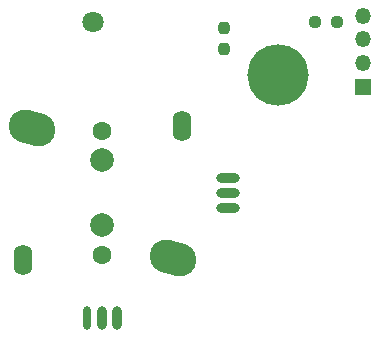
<source format=gts>
%TF.GenerationSoftware,KiCad,Pcbnew,(6.0.1)*%
%TF.CreationDate,2022-03-21T17:48:04-07:00*%
%TF.ProjectId,CStick,43537469-636b-42e6-9b69-6361645f7063,rev?*%
%TF.SameCoordinates,Original*%
%TF.FileFunction,Soldermask,Top*%
%TF.FilePolarity,Negative*%
%FSLAX46Y46*%
G04 Gerber Fmt 4.6, Leading zero omitted, Abs format (unit mm)*
G04 Created by KiCad (PCBNEW (6.0.1)) date 2022-03-21 17:48:04*
%MOMM*%
%LPD*%
G01*
G04 APERTURE LIST*
G04 Aperture macros list*
%AMRoundRect*
0 Rectangle with rounded corners*
0 $1 Rounding radius*
0 $2 $3 $4 $5 $6 $7 $8 $9 X,Y pos of 4 corners*
0 Add a 4 corners polygon primitive as box body*
4,1,4,$2,$3,$4,$5,$6,$7,$8,$9,$2,$3,0*
0 Add four circle primitives for the rounded corners*
1,1,$1+$1,$2,$3*
1,1,$1+$1,$4,$5*
1,1,$1+$1,$6,$7*
1,1,$1+$1,$8,$9*
0 Add four rect primitives between the rounded corners*
20,1,$1+$1,$2,$3,$4,$5,0*
20,1,$1+$1,$4,$5,$6,$7,0*
20,1,$1+$1,$6,$7,$8,$9,0*
20,1,$1+$1,$8,$9,$2,$3,0*%
%AMHorizOval*
0 Thick line with rounded ends*
0 $1 width*
0 $2 $3 position (X,Y) of the first rounded end (center of the circle)*
0 $4 $5 position (X,Y) of the second rounded end (center of the circle)*
0 Add line between two ends*
20,1,$1,$2,$3,$4,$5,0*
0 Add two circle primitives to create the rounded ends*
1,1,$1,$2,$3*
1,1,$1,$4,$5*%
G04 Aperture macros list end*
%ADD10RoundRect,0.237500X-0.237500X0.250000X-0.237500X-0.250000X0.237500X-0.250000X0.237500X0.250000X0*%
%ADD11C,1.800000*%
%ADD12RoundRect,0.237500X0.250000X0.237500X-0.250000X0.237500X-0.250000X-0.237500X0.250000X-0.237500X0*%
%ADD13C,5.200000*%
%ADD14R,1.350000X1.350000*%
%ADD15O,1.350000X1.350000*%
%ADD16C,1.600000*%
%ADD17O,1.600000X2.600000*%
%ADD18HorizOval,2.800000X-0.577898X0.161352X0.577898X-0.161352X0*%
%ADD19C,2.000000*%
%ADD20O,0.700000X2.000000*%
%ADD21O,0.800000X2.000000*%
%ADD22O,2.000000X0.800000*%
G04 APERTURE END LIST*
D10*
X160250000Y-86000000D03*
X160250000Y-87825000D03*
D11*
X149200000Y-85525000D03*
D12*
X169825000Y-85500000D03*
X168000000Y-85500000D03*
D13*
X164850000Y-90000000D03*
D14*
X172100000Y-91000000D03*
D15*
X172100000Y-89000000D03*
X172100000Y-87000000D03*
X172100000Y-85000000D03*
D16*
X150000000Y-105225000D03*
D17*
X143250000Y-105650000D03*
D18*
X144070000Y-94520000D03*
D19*
X150000000Y-97250000D03*
X150000000Y-102750000D03*
D17*
X156750000Y-94350000D03*
D18*
X155930000Y-105480000D03*
D16*
X150000000Y-94775000D03*
D20*
X148730000Y-110600000D03*
D21*
X150000000Y-110600000D03*
X151270000Y-110600000D03*
D22*
X160600000Y-101270000D03*
X160600000Y-100000000D03*
X160600000Y-98730000D03*
M02*

</source>
